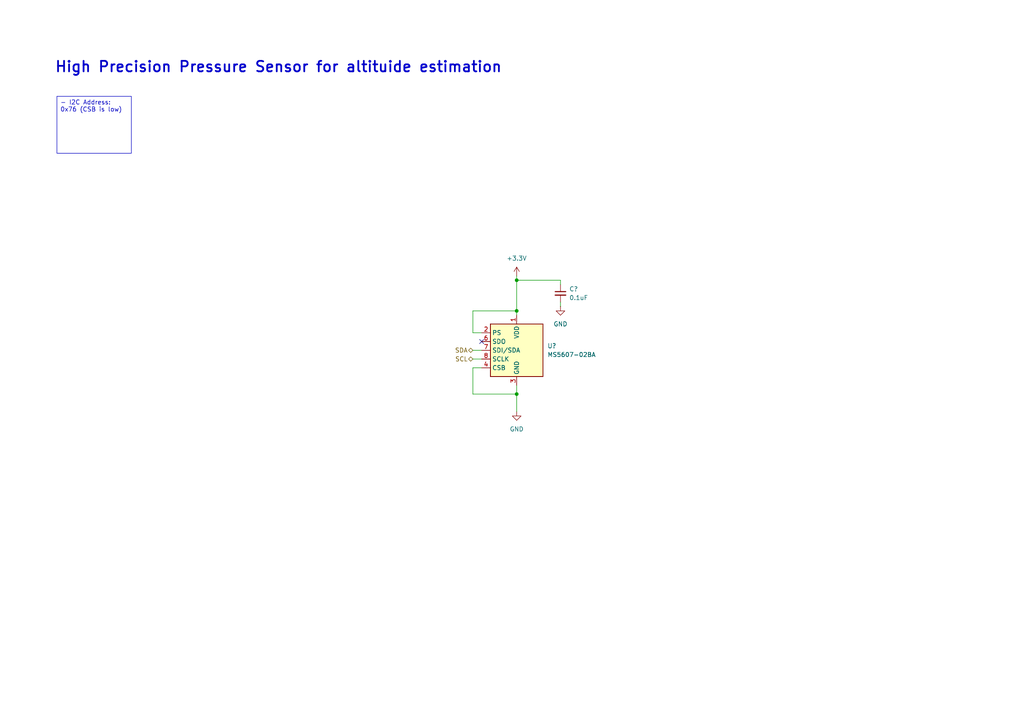
<source format=kicad_sch>
(kicad_sch (version 20250114) (generator "eeschema") (generator_version "9.0")
  (paper "A4")
  (title_block (title "High Precision Pressure / Altituide Sensor") (date "2025-08-19") (rev "1") (company "Brian Glen"))
  (lib_symbols
    (symbol "Device:C_Small" (pin_numbers (hide yes)) (pin_names (offset 0.254) (hide yes))
      (property "Reference" "C" (at 0.254 1.778 0))
      (property "Value" "C_Small" (at 0.254 -2.032 0))
      (symbol "C_Small_0_1"
        (polyline (pts (xy -1.524 0.508) (xy 1.524 0.508)) (stroke (width 0.3048)))
        (polyline (pts (xy -1.524 -0.508) (xy 1.524 -0.508)) (stroke (width 0.3302)))
      )
      (symbol "C_Small_1_1"
        (pin passive line (at 0 2.54 270) (length 2.032) (name "~") (number "1"))
        (pin passive line (at 0 -2.54 90) (length 2.032) (name "~") (number "2"))
      )
    )
    (symbol "Sensor_Pressure:MS5607-02BA"
      (property "Reference" "U" (at -6.35 8.89 0))
      (property "Value" "MS5607-02BA" (at 7.62 8.89 0))
      (symbol "MS5607-02BA_0_1"
        (rectangle (start -7.62 7.62) (end 7.62 -7.62) (stroke (width 0.254)) (fill (type background)))
      )
      (symbol "MS5607-02BA_1_1"
        (pin input line (at -10.16 5.08 0) (length 2.54) (name "PS") (number "2"))
        (pin output line (at -10.16 2.54 0) (length 2.54) (name "SDO") (number "6"))
        (pin bidirectional line (at -10.16 0 0) (length 2.54) (name "SDI/SDA") (number "7"))
        (pin input line (at -10.16 -2.54 0) (length 2.54) (name "SCLK") (number "8"))
        (pin input line (at -10.16 -5.08 0) (length 2.54) (name "CSB") (number "4"))
        (pin input line (at -10.16 -5.08 0) (length 2.54) (hide yes) (name "CSB") (number "5"))
        (pin power_in line (at 0 10.16 270) (length 2.54) (name "VDD") (number "1"))
        (pin power_in line (at 0 -10.16 90) (length 2.54) (name "GND") (number "3"))
      )
    )
    (symbol "power:+3.3V" (power) (pin_numbers (hide yes)) (pin_names (offset 0) (hide yes))
      (property "Value" "+3.3V" (at 0 3.556 0))
      (symbol "+3.3V_0_1"
        (polyline (pts (xy -0.762 1.27) (xy 0 2.54)))
        (polyline (pts (xy 0 2.54) (xy 0.762 1.27)))
        (polyline (pts (xy 0 0) (xy 0 2.54)))
      )
      (symbol "+3.3V_1_1"
        (pin power_in line (at 0 0 90) (length 0) (name "~") (number "1"))
      )
    )
    (symbol "power:GND" (power) (pin_numbers (hide yes)) (pin_names (offset 0) (hide yes))
      (property "Value" "GND" (at 0 -3.81 0))
      (symbol "GND_0_1"
        (polyline (pts (xy 0 0) (xy 0 -1.27) (xy 1.27 -1.27) (xy 0 -2.54) (xy -1.27 -1.27) (xy 0 -1.27)))
      )
      (symbol "GND_1_1"
        (pin power_in line (at 0 0 270) (length 0) (name "~") (number "1"))
      )
    )
  )
  (text "High Precision Pressure Sensor for altituide estimation" (at 80.772 19.558 0) (effects (font (size 3.048 3.048) (thickness 0.508) (bold yes))))
  (text_box "- I2C Address: 0x76 (CSB is low)" (at 16.51 27.94 0) (size 21.59 16.51) (margins 0.9525 0.9525 0.9525 0.9525) (effects (font (size 1.27 1.27)) (justify left top)))
  (junction (at 149.86 90.17))
  (junction (at 149.86 81.28))
  (junction (at 149.86 114.3))
  (no_connect (at 139.7 99.06))
  (wire (pts (xy 139.7 96.52) (xy 137.16 96.52)))
  (wire (pts (xy 149.86 111.76) (xy 149.86 114.3)))
  (wire (pts (xy 139.7 106.68) (xy 137.16 106.68)))
  (wire (pts (xy 137.16 104.14) (xy 139.7 104.14)))
  (wire (pts (xy 149.86 80.01) (xy 149.86 81.28)))
  (wire (pts (xy 137.16 101.6) (xy 139.7 101.6)))
  (wire (pts (xy 162.56 82.55) (xy 162.56 81.28)))
  (wire (pts (xy 162.56 87.63) (xy 162.56 88.9)))
  (wire (pts (xy 149.86 81.28) (xy 162.56 81.28)))
  (wire (pts (xy 149.86 81.28) (xy 149.86 90.17)))
  (wire (pts (xy 137.16 90.17) (xy 149.86 90.17)))
  (wire (pts (xy 137.16 106.68) (xy 137.16 114.3)))
  (wire (pts (xy 137.16 96.52) (xy 137.16 90.17)))
  (wire (pts (xy 149.86 90.17) (xy 149.86 91.44)))
  (wire (pts (xy 137.16 114.3) (xy 149.86 114.3)))
  (wire (pts (xy 149.86 114.3) (xy 149.86 119.38)))
  (hierarchical_label "SCL" (shape bidirectional) (at 137.16 104.14 180))
  (hierarchical_label "SDA" (shape bidirectional) (at 137.16 101.6 180))
  (symbol (lib_id "Sensor_Pressure:MS5607-02BA") (at 149.86 101.6 0) (unit 1)
    (property "Reference" "U?" (at 158.75 100.3299 0) (effects (justify left)))
    (property "Value" "MS5607-02BA" (at 158.75 102.8699 0) (effects (justify left)))
    (property "Footprint" "Package_LGA:LGA-8_3x5mm_P1.25mm" (effects (hide yes)))
    (property "Datasheet" "https://www.te.com/commerce/DocumentDelivery/DDEController?Action=showdoc&DocId=Data+Sheet%7FMS5607-02BA03%7FB2%7Fpdf%7FEnglish%7FENG_DS_MS5607-02BA03_B2.pdf%7FCAT-BLPS0035" (effects (hide yes)))
    (property "Description" "Barometric pressure sensor, 20cm resolution, 10 to 1200 mbar, I2C and SPI interface up to 20MHz, LGA-8" (effects (hide yes)))
  )
  (symbol (lib_id "Device:C_Small") (at 162.56 85.09 0) (unit 1)
    (property "Reference" "C?" (at 165.1 83.8262 0) (effects (justify left)))
    (property "Value" "0.1uF" (at 165.1 86.3662 0) (effects (justify left)))
    (property "Footprint" "Capacitor_SMD:C_0603_1608Metric" (effects (hide yes)))
    (property "Description" "Unpolarized capacitor, small symbol" (effects (hide yes)))
  )
  (symbol (lib_id "power:+3.3V") (at 149.86 80.01 0) (unit 1)
    (property "Reference" "#PWR?" (effects (hide yes)))
    (property "Value" "+3.3V" (at 149.86 74.93 0))
    (property "Description" "Power symbol creates a global label with name \"+3.3V\"" (effects (hide yes)))
  )
  (symbol (lib_id "power:GND") (at 162.56 88.9 0) (unit 1)
    (property "Reference" "#PWR?" (effects (hide yes)))
    (property "Value" "GND" (at 162.56 93.98 0))
    (property "Description" "Power symbol creates a global label with name \"GND\" , ground" (effects (hide yes)))
  )
  (symbol (lib_id "power:GND") (at 149.86 119.38 0) (unit 1)
    (property "Reference" "#PWR?" (effects (hide yes)))
    (property "Value" "GND" (at 149.86 124.46 0))
    (property "Description" "Power symbol creates a global label with name \"GND\" , ground" (effects (hide yes)))
  )
)
</source>
